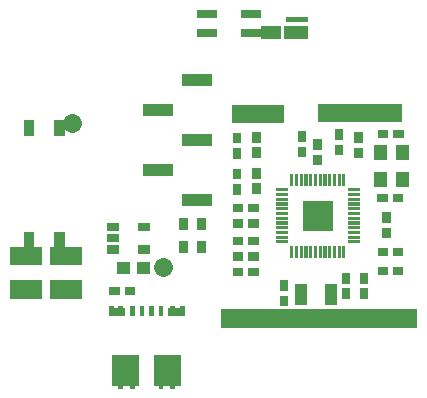
<source format=gbr>
G04 start of page 12 for group -4014 idx -4014 *
G04 Title: bluenodes actor 52832 19, bottompaste *
G04 Creator: pcb.exe 20130205 *
G04 CreationDate: 10.05.2017 20:52:52 UTC *
G04 Format: Gerber/RS-274X *
G04 PCB-Dimensions (mil): 1496.06 1299.21 *
G04 PCB-Coordinate-Origin: lower left *
%MOIN*%
%FSLAX25Y25*%
%LNBOTTOMPASTE*%
%ADD325R,0.0158X0.0158*%
%ADD324R,0.0433X0.0433*%
%ADD323R,0.0157X0.0157*%
%ADD322R,0.0886X0.0886*%
%ADD321R,0.0591X0.0591*%
%ADD320C,0.0630*%
%ADD319R,0.0276X0.0276*%
%ADD318R,0.0630X0.0630*%
%ADD317R,0.0413X0.0413*%
%ADD316C,0.0001*%
%ADD315R,0.0106X0.0106*%
%ADD314R,0.0276X0.0276*%
%ADD313R,0.0280X0.0280*%
%ADD312R,0.0394X0.0394*%
%ADD311R,0.0300X0.0300*%
%ADD310R,0.0394X0.0394*%
%ADD309R,0.0354X0.0354*%
%ADD308R,0.0630X0.0630*%
G54D308*X5118Y46062D02*X9448D01*
X5118Y35040D02*X9448D01*
G54D309*X18307Y89567D02*Y87992D01*
Y52165D02*Y50591D01*
X8268Y52165D02*Y50591D01*
Y89567D02*Y87992D01*
G54D308*X18307Y46062D02*X22637D01*
X18307Y35040D02*X22637D01*
G54D310*X61378Y64803D02*X67323D01*
X61378Y84803D02*X67323D01*
X61378Y104803D02*X67323D01*
X48346Y74803D02*X54291D01*
X48346Y94803D02*X54291D01*
G54D311*X65748Y57390D02*Y56390D01*
X59748Y57390D02*Y56390D01*
X65748Y49713D02*Y48713D01*
X59748Y49713D02*Y48713D01*
G54D312*X46180Y41969D02*X46574D01*
X39488D02*X39882D01*
G54D313*X35699Y48229D02*X36899D01*
X35699Y52029D02*X36899D01*
X35699Y55829D02*X36899D01*
X45899D02*X47099D01*
X45899Y48229D02*X47099D01*
G54D314*X36379Y34331D02*X37166D01*
X41496D02*X42283D01*
X77560Y62008D02*X78347D01*
X82677D02*X83464D01*
X82637Y45866D02*X83424D01*
X77520D02*X78307D01*
G54D315*X113189Y48878D02*Y46004D01*
X111614Y48878D02*Y46004D01*
X110039Y48878D02*Y46004D01*
X108465Y48878D02*Y46004D01*
X106890Y48878D02*Y46004D01*
X105315Y48878D02*Y46004D01*
X103740Y48878D02*Y46004D01*
X102165Y48878D02*Y46004D01*
X100591Y48878D02*Y46004D01*
X99016Y48878D02*Y46004D01*
X97441Y48878D02*Y46004D01*
X95866Y48878D02*Y46004D01*
Y72894D02*Y70020D01*
X97441Y72894D02*Y70020D01*
X99016Y72894D02*Y70020D01*
X100591Y72894D02*Y70020D01*
X102165Y72894D02*Y70020D01*
X103740Y72894D02*Y70020D01*
X105315Y72894D02*Y70020D01*
X106890Y72894D02*Y70020D01*
X108465Y72894D02*Y70020D01*
X110039Y72894D02*Y70020D01*
X111614Y72894D02*Y70020D01*
X113189Y72894D02*Y70020D01*
X91083Y50787D02*X93957D01*
X91083Y52362D02*X93957D01*
X91083Y53937D02*X93957D01*
X91083Y55512D02*X93957D01*
X91083Y57087D02*X93957D01*
X91083Y58661D02*X93957D01*
X91083Y60236D02*X93957D01*
X91083Y61811D02*X93957D01*
X91083Y63386D02*X93957D01*
X91083Y64961D02*X93957D01*
X91083Y66535D02*X93957D01*
X91083Y68110D02*X93957D01*
X115098D02*X117972D01*
X115098Y66535D02*X117972D01*
X115098Y64961D02*X117972D01*
X115098Y63386D02*X117972D01*
X115098Y61811D02*X117972D01*
X115098Y60236D02*X117972D01*
X115098Y58661D02*X117972D01*
X115098Y57087D02*X117972D01*
X115098Y55512D02*X117972D01*
X115098Y53937D02*X117972D01*
X115098Y52362D02*X117972D01*
X115098Y50787D02*X117972D01*
G54D316*G36*
X99602Y64375D02*Y54523D01*
X109454D01*
Y64375D01*
X99602D01*
G37*
G54D314*X84055Y68898D02*Y68111D01*
Y74015D02*Y73228D01*
X82677Y51142D02*X83464D01*
X77560D02*X78347D01*
X82677Y56929D02*X83464D01*
X77560D02*X78347D01*
X77559Y68701D02*Y67914D01*
Y73818D02*Y73031D01*
X84055Y86023D02*Y85236D01*
Y80906D02*Y80119D01*
X77559Y80709D02*Y79922D01*
Y85826D02*Y85039D01*
G54D310*X108819Y34724D02*Y31575D01*
X98976Y34724D02*Y31575D01*
G54D314*X113976Y33859D02*Y33072D01*
Y38976D02*Y38189D01*
X93307Y31496D02*Y30709D01*
Y36613D02*Y35826D01*
X119882Y33859D02*Y33072D01*
Y38976D02*Y38189D01*
G54D317*X132677Y71850D02*Y71063D01*
X125394Y71850D02*Y71063D01*
X132677Y80906D02*Y80118D01*
X125394Y80906D02*Y80118D01*
G54D314*X125900Y86678D02*X126687D01*
X131017D02*X131804D01*
X130905Y65354D02*X131692D01*
X125788D02*X126575D01*
X130906Y47441D02*X131693D01*
X125789D02*X126576D01*
X125789Y41142D02*X126576D01*
X130906D02*X131693D01*
X127362Y59251D02*Y58464D01*
Y54134D02*Y53347D01*
G54D318*X75394Y25276D02*X134449D01*
G54D319*X65748Y126772D02*X69685D01*
X80315D02*X84252D01*
X65748Y120472D02*X69685D01*
X80315D02*X84252D01*
G54D314*X99213Y81103D02*Y80316D01*
Y86220D02*Y85433D01*
X111457Y81811D02*Y81024D01*
Y86928D02*Y86141D01*
X118098Y85954D02*Y85167D01*
Y80837D02*Y80050D01*
X104426Y83556D02*Y82769D01*
Y78439D02*Y77652D01*
G54D320*X22598Y90512D02*Y90315D01*
G54D321*X107677Y93661D02*X129528D01*
X78858Y93465D02*X90276D01*
G54D322*X40492Y8681D02*Y7106D01*
X54469Y8681D02*Y7106D01*
G54D323*X49055Y28661D02*Y26693D01*
X45906Y28661D02*Y26693D01*
X42756Y28661D02*Y26693D01*
X52205Y28661D02*Y26693D01*
X42756Y4646D02*Y2677D01*
X38819Y4646D02*Y2677D01*
X52205Y4646D02*Y2677D01*
X56142Y4646D02*Y2677D01*
X38819Y28661D02*Y26693D01*
X35669Y28661D02*Y26693D01*
G54D319*X36260Y27283D02*X39016D01*
G54D323*X56142Y28661D02*Y26693D01*
X59291Y28661D02*Y26693D01*
G54D319*X55945Y27283D02*X58701D01*
G54D314*X82637Y40669D02*X83424D01*
X77520D02*X78307D01*
G54D320*X53032Y42480D02*X53033D01*
G54D324*X87756Y120433D02*X90157D01*
G54D325*X94685Y124961D02*X100591D01*
G54D324*X95394Y120433D02*X99173D01*
M02*

</source>
